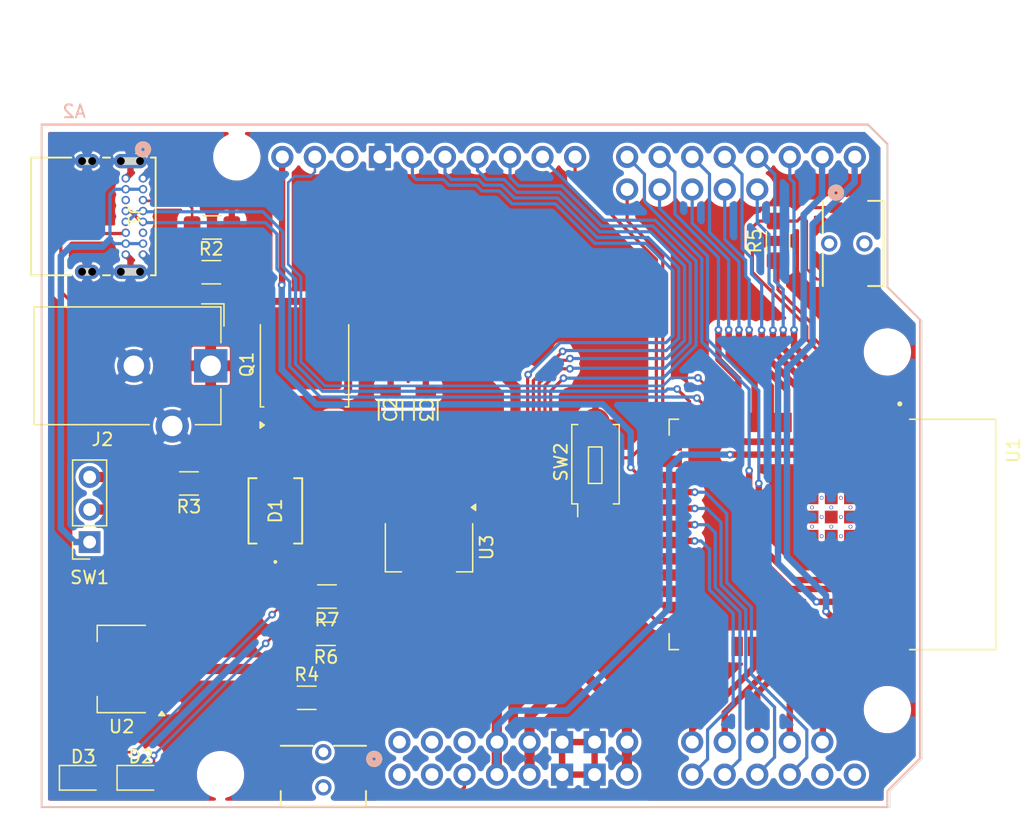
<source format=kicad_pcb>
(kicad_pcb (version 20240108) (generator "pcbnew") (generator_version "8.0")
  (layers (0 "F.Cu" signal) (31 "B.Cu" signal) (34 "B.Paste" user) (35 "F.Paste" user) (36 "B.SilkS" user "B.Silkscreen") (37 "F.SilkS" user "F.Silkscreen") (38 "B.Mask" user) (39 "F.Mask" user) (44 "Edge.Cuts" user))
  (net 0 "")
  (net 1 "+5V")
  (net 2 "+3V3")
  (net 3 "/GPIO7")
  (net 4 "/GPIO4")
  (net 5 "/USB_D+")
  (net 7 "/GPIO38")
  (net 8 "/GPIO3")
  (net 9 "/GPIO40")
  (net 10 "/GPIO39")
  (net 11 "/GPIO16")
  (net 12 "/GPIO21")
  (net 13 "/GPIO45")
  (net 14 "/A0")
  (net 15 "/GPIO17")
  (net 16 "/GPIO6")
  (net 18 "/GPIO14")
  (net 19 "/GPIO48")
  (net 20 "/A3")
  (net 22 "/GPIO1")
  (net 23 "/GPIO0")
  (net 24 "/GPIO18")
  (net 25 "/GPIO15")
  (net 27 "/GPIO41")
  (net 28 "/GPIO5")
  (net 29 "/GPIO47")
  (net 30 "/A1")
  (net 31 "/GPIO2")
  (net 32 "/GPIO46")
  (net 33 "/~{RESET}")
  (net 34 "/A2")
  (net 35 "/USB_D-")
  (net 36 "GND")
  (net 37 "/VUSB")
  (net 39 "/CC1")
  (net 40 "/CC2")
  (net 42 "/G")
  (net 43 "VIN")
  (net 44 "VCC")
  (net 45 "/A4")
  (net 46 "/A5")
  (net 47 "/TX")
  (net 48 "/RX")
  (net 49 "/SDA")
  (net 50 "/SCL")
  (net 51 "VDC")
  (net 52 "/GPIO42")
  (net 54 "Net-(D2-A)")
  (net 55 "Net-(D3-A)")
  (footprint "Alexander Footprint Library:CAP_CL31_SAM" (layer "F.Cu") (at 137.25 121.75 90)
    (property "Reference" "C2")
    (property "Value" "10uF")
  )
  (footprint "Package TO SOT SMD:TO-252-2" (layer "F.Cu") (at 130.53 118.21 90)
    (property "Reference" "Q1")
    (property "Value" "DMP6180SK3")
  )
  (footprint "Resistor_SMD:R_1206_3216Metric_Pad1.30x1.75mm_HandSolder" (layer "F.Cu") (at 132.2 139.25 180)
    (property "Reference" "R6")
    (property "Value" "10k")
  )
  (footprint "Alexander Footprint Library:SW_PUSH_6x3.5mm" (layer "F.Cu") (at 153.25 129.25 90)
    (property "Reference" "SW2")
    (property "Value" "SW")
  )
  (footprint "Resistor_SMD:R_1206_3216Metric_Pad1.30x1.75mm_HandSolder" (layer "F.Cu") (at 167.5 108.55 90)
    (property "Reference" "R5")
    (property "Value" "10k")
  )
  (footprint "Alexander Footprint Library:Arduino Uno X" (layer "F.Cu") (at 110 152.79)
    (property "Reference" "A2")
    (property "Value" "Arduino_Uno_X_Shield")
    (fp_line (start 0 -53.25) (end 64.5 -53.25) (stroke (width 0.05)) (layer "Edge.Cuts"))
    (fp_line (start 0 0) (end 0 -53.25) (stroke (width 0.05)) (layer "Edge.Cuts"))
    (fp_line (start 64.5 -53.25) (end 66 -51.75) (stroke (width 0.05)) (layer "Edge.Cuts"))
    (fp_line (start 66 -51.75) (end 66 -40.75) (stroke (width 0.05)) (layer "Edge.Cuts"))
    (fp_line (start 66 -40.75) (end 68.75 -38) (stroke (width 0.05)) (layer "Edge.Cuts"))
    (fp_line (start 66.25 -1.25) (end 66.25 0) (stroke (width 0.05)) (layer "Edge.Cuts"))
    (fp_line (start 66.25 0) (end 0 0) (stroke (width 0.05)) (layer "Edge.Cuts"))
    (fp_line (start 68.75 -38) (end 68.75 -3.75) (stroke (width 0.05)) (layer "Edge.Cuts"))
    (fp_line (start 68.75 -3.75) (end 66.25 -1.25) (stroke (width 0.05)) (layer "Edge.Cuts"))
  )
  (footprint "Alexander Footprint Library:Button-Tacktile-TL1014BF160" (layer "F.Cu") (at 173.372899 108.75 90)
    (property "Reference" "BTN2" (hide yes))
    (property "Value" "RST")
  )
  (footprint "Resistor_SMD:R_1206_3216Metric_Pad1.30x1.75mm_HandSolder" (layer "F.Cu") (at 132.28 136.335 180)
    (property "Reference" "R7")
    (property "Value" "10k")
  )
  (footprint "Alexander Footprint Library:Button-Tacktile-TL1014BF160" (layer "F.Cu") (at 132 150.372899)
    (property "Reference" "SW4" (hide yes))
    (property "Value" "EN")
  )
  (footprint "Package TO SOT SMD:SOT-223" (layer "F.Cu") (at 140.25 132.5 -90)
    (property "Reference" "U3")
    (property "Value" "AMS1117-5V")
  )
  (footprint "Resistor_SMD:R_1206_3216Metric_Pad1.30x1.75mm_HandSolder" (layer "F.Cu") (at 123.3 107.5)
    (property "Reference" "R1" (hide yes))
    (property "Value" "5K1")
  )
  (footprint "PinSocker 2.54mm:PinSocket_1x03_P2.54mm_Vertical" (layer "F.Cu") (at 113.75 132.08 180)
    (property "Reference" "SW1")
    (property "Value" "SW_SPDT")
  )
  (footprint "LED SMD:LED_0805_2012Metric_Pad1.15x1.40mm_HandSolder" (layer "F.Cu") (at 117.75 150.5)
    (property "Reference" "D2")
    (property "Value" "LED")
  )
  (footprint "LED SMD:LED_0805_2012Metric_Pad1.15x1.40mm_HandSolder" (layer "F.Cu") (at 113.25 150.5)
    (property "Reference" "D3")
    (property "Value" "LED")
  )
  (footprint "Package TO SOT SMD:SOT-223" (layer "F.Cu") (at 116.25 142 180)
    (property "Reference" "U2")
    (property "Value" "LM1117MP-3.3")
  )
  (footprint "Alexander Footprint Library:ESP32-S3-WROOM-2-N32R8V" (layer "F.Cu") (at 171.75 131.485 -90)
    (property "Reference" "U1")
    (property "Value" "ESP32-S3-WROOM-1")
  )
  (footprint "Resistor_SMD:R_1206_3216Metric_Pad1.30x1.75mm_HandSolder" (layer "F.Cu") (at 130.7 144.25)
    (property "Reference" "R4")
    (property "Value" "10k")
  )
  (footprint "Connector_BarrelJacks:BarrelJack_CUI_PJ-102AH_Horizontal" (layer "F.Cu") (at 123.2 118.31 -90)
    (property "Reference" "J2")
    (property "Value" "Barrel_Jack_Switch")
  )
  (footprint "Alexander Footprint Library:CAP_CL31_SAM" (layer "F.Cu") (at 140 121.75 -90)
    (property "Reference" "C3")
    (property "Value" "1uF")
  )
  (footprint "Resistor_SMD:R_1206_3216Metric_Pad1.30x1.75mm_HandSolder" (layer "F.Cu") (at 123.25 111)
    (property "Reference" "R2")
    (property "Value" "5K1")
  )
  (footprint "Resistor_SMD:R_1206_3216Metric_Pad1.30x1.75mm_HandSolder" (layer "F.Cu") (at 121.5 127.5 180)
    (property "Reference" "R3")
    (property "Value" "10k")
  )
  (footprint "Alexander Footprint Library:USB-C_GCT CONN16_USB4085-GF-A" (layer "F.Cu") (at 117.917566 103.664444 -90)
    (property "Reference" "J1")
    (property "Value" "USB-C_Receptacle_Data_16P_GCT-USB4085")
    (fp_line (start -1.349985 4.7587) (end -1.349985 3.9713) (stroke (width 0.6096)) (layer "Edge.Cuts"))
    (fp_line (start 7.299985 4.7587) (end 7.299985 3.9713) (stroke (width 0.6096)) (layer "Edge.Cuts"))
    (fp_line (start -1.35 1.729301) (end -1.35 0.230701) (stroke (width 0.6096)) (layer "Edge.Cuts"))
    (fp_line (start 7.299985 1.7293) (end 7.299985 0.2307) (stroke (width 0.6096)) (layer "Edge.Cuts"))
  )
  (footprint "Alexander Footprint Library:ZDO_SMB_DO-214AA_CIP" (layer "F.Cu") (at 128.25 129.6444 90)
    (property "Reference" "D1")
    (property "Value" "MMSZ52XXB")
  )
  (segment (start 146 137.5) (end 150.5 142) (width 0.8) (layer "F.Cu") (net 1))
  (segment (start 150.5 142) (end 150.5 143.25) (width 0.8) (layer "F.Cu") (net 1))
  (segment (start 135.875 132.125) (end 133.83 134.17) (width 0.2) (layer "F.Cu") (net 1))
  (segment (start 141.25 133.25) (end 145 133.25) (width 0.8) (layer "F.Cu") (net 1))
  (segment (start 148.1 147.71) (end 148.1 150.25) (width 0.8) (layer "F.Cu") (net 1))
  (segment (start 145 133.25) (end 146 134.25) (width 0.8) (layer "F.Cu") (net 1))
  (segment (start 140.25 132.125) (end 140.25 129.35) (width 0.8) (layer "F.Cu") (net 1))
  (segment (start 148.1 145.65) (end 148.1 147.71) (width 0.8) (layer "F.Cu") (net 1))
  (segment (start 133.83 134.17) (end 133.83 136.335) (width 0.2) (layer "F.Cu") (net 1))
  (segment (start 140.25 132.125) (end 140.25 132.25) (width 0.8) (layer "F.Cu") (net 1))
  (segment (start 146 134.25) (end 146 137.5) (width 0.8) (layer "F.Cu") (net 1))
  (segment (start 140.25 132.125) (end 135.875 132.125) (width 0.2) (layer "F.Cu") (net 1))
  (segment (start 140.25 132.25) (end 141.25 133.25) (width 0.8) (layer "F.Cu") (net 1))
  (segment (start 150.5 143.25) (end 148.1 145.65) (width 0.8) (layer "F.Cu") (net 1))
  (segment (start 175 125.25) (end 175.83 124.42) (width 0.5) (layer "F.Cu") (net 2))
  (segment (start 175.83 124.42) (end 175.83 122.61) (width 0.5) (layer "F.Cu") (net 2))
  (segment (start 175.83 121.693604) (end 175.83 122.61) (width 0.25) (layer "F.Cu") (net 2))
  (segment (start 167.5 112.363604) (end 170.25 115.113604) (width 0.25) (layer "F.Cu") (net 2))
  (segment (start 133.75 139.25) (end 133.75 142) (width 0.2) (layer "F.Cu") (net 2))
  (segment (start 144.25 143.5) (end 135.25 143.5) (width 0.8) (layer "F.Cu") (net 2))
  (segment (start 167.5 110.1) (end 167.5 112.363604) (width 0.25) (layer "F.Cu") (net 2))
  (segment (start 170.25 115.113604) (end 170.25 116.113604) (width 0.25) (layer "F.Cu") (net 2))
  (segment (start 124 142) (end 119.4 142) (width 0.8) (layer "F.Cu") (net 2))
  (segment (start 129.15 144.25) (end 128 144.25) (width 0.25) (layer "F.Cu") (net 2))
  (segment (start 126 142.25) (end 126 142) (width 0.25) (layer "F.Cu") (net 2))
  (segment (start 123.9 142.1) (end 124 142) (width 0.2) (layer "F.Cu") (net 2))
  (segment (start 133.75 142) (end 126 142) (width 0.8) (layer "F.Cu") (net 2))
  (segment (start 128 144.25) (end 126 142.25) (width 0.25) (layer "F.Cu") (net 2))
  (segment (start 163.75 125.25) (end 175 125.25) (width 0.5) (layer "F.Cu") (net 2))
  (segment (start 145.542 150.368) (end 145.542 144.792) (width 0.8) (layer "F.Cu") (net 2))
  (segment (start 135.25 143.5) (end 133.75 142) (width 0.8) (layer "F.Cu") (net 2))
  (segment (start 170.25 116.113604) (end 175.83 121.693604) (width 0.25) (layer "F.Cu") (net 2))
  (segment (start 145.542 144.792) (end 144.25 143.5) (width 0.8) (layer "F.Cu") (net 2))
  (segment (start 126 142) (end 124 142) (width 0.8) (layer "F.Cu") (net 2))
  (via (at 163.75 125.25) (size 0.6) (drill 0.3) (layers "F.Cu" "B.Cu") (net 2))
  (segment (start 160 125.25) (end 159 126.25) (width 0.5) (layer "B.Cu") (net 2))
  (segment (start 145.56 147.71) (end 145.542 147.728) (width 0.5) (layer "B.Cu") (net 2))
  (segment (start 159 137.25) (end 151 145.25) (width 0.5) (layer "B.Cu") (net 2))
  (segment (start 146.75 145.25) (end 145.56 146.44) (width 0.5) (layer "B.Cu") (net 2))
  (segment (start 151 145.25) (end 146.75 145.25) (width 0.5) (layer "B.Cu") (net 2))
  (segment (start 145.542 147.728) (end 145.542 150.368) (width 0.5) (layer "B.Cu") (net 2))
  (segment (start 159 126.25) (end 159 137.25) (width 0.5) (layer "B.Cu") (net 2))
  (segment (start 163.75 125.25) (end 160 125.25) (width 0.5) (layer "B.Cu") (net 2))
  (segment (start 145.56 146.44) (end 145.56 147.71) (width 0.5) (layer "B.Cu") (net 2))
  (segment (start 169.48 120.48) (end 166.224101 117.224101) (width 0.5) (layer "F.Cu") (net 3))
  (segment (start 169.48 122.61) (end 169.48 120.48) (width 0.5) (layer "F.Cu") (net 3))
  (segment (start 166.224101 117.224101) (end 166.224101 115.525899) (width 0.5) (layer "F.Cu") (net 3))
  (via (at 166.224101 115.525899) (size 0.6) (drill 0.3) (layers "F.Cu" "B.Cu") (net 3))
  (segment (start 163.34 101.99) (end 164.6914 103.3414) (width 0.25) (layer "B.Cu") (net 3))
  (segment (start 165.43 111.134416) (end 166.224101 111.928517) (width 0.25) (layer "B.Cu") (net 3))
  (segment (start 164.6914 109.145816) (end 165.43 109.884416) (width 0.25) (layer "B.Cu") (net 3))
  (segment (start 166.224101 115.525899) (end 166.25 115.5) (width 0.25) (layer "B.Cu") (net 3))
  (segment (start 165.43 109.884416) (end 165.43 111.134416) (width 0.25) (layer "B.Cu") (net 3))
  (segment (start 164.6914 103.3414) (end 164.6914 109.145816) (width 0.25) (layer "B.Cu") (net 3))
  (segment (start 166.224101 111.928517) (end 166.224101 115.525899) (width 0.25) (layer "B.Cu") (net 3))
  (segment (start 168.75 116.78015) (end 173.29 121.32015) (width 0.5) (layer "F.Cu") (net 4))
  (segment (start 168.75 115.5) (end 168.75 116.78015) (width 0.5) (layer "F.Cu") (net 4))
  (segment (start 173.29 121.32015) (end 173.29 122.61) (width 0.5) (layer "F.Cu") (net 4))
  (via (at 168.75 115.5) (size 0.6) (drill 0.3) (layers "F.Cu" "B.Cu") (net 4))
  (segment (start 168.365041 102.144959) (end 168.402 102.108) (width 0.5) (layer "B.Cu") (net 4))
  (segment (start 168.42 101.99) (end 168.42 103.67) (width 0.25) (layer "B.Cu") (net 4))
  (segment (start 168.75 104) (end 168.75 115.5) (width 0.25) (layer "B.Cu") (net 4))
  (segment (start 168.42 103.67) (end 168.75 104) (width 0.25) (layer "B.Cu") (net 4))
  (segment (start 160.59 121.09) (end 160.59 122.61) (width 0.25) (layer "F.Cu") (net 5))
  (segment (start 159.625 120.125) (end 160.59 121.09) (width 0.25) (layer "F.Cu") (net 5))
  (via (at 159.625 120.125) (size 0.6) (drill 0.3) (layers "F.Cu" "B.Cu") (net 5))
  (segment (start 117.494159 106.274444) (end 116.644158 107.124445) (width 0.25) (layer "B.Cu") (net 5))
  (segment (start 116.644158 107.124445) (end 116.567566 107.124445) (width 0.25) (layer "B.Cu") (net 5))
  (segment (start 128.825 107.825) (end 127.274444 106.274444) (width 0.25) (layer "B.Cu") (net 5))
  (segment (start 158.7 120.3) (end 131.948959 120.3) (width 0.25) (layer "B.Cu") (net 5))
  (segment (start 128.825 110.55472) (end 128.825 107.825) (width 0.25) (layer "B.Cu") (net 5))
  (segment (start 158.875 120.125) (end 158.7 120.3) (width 0.25) (layer "B.Cu") (net 5))
  (segment (start 127.274444 106.274444) (end 117.494159 106.274444) (width 0.25) (layer "B.Cu") (net 5))
  (segment (start 129.825 111.55472) (end 128.825 110.55472) (width 0.25) (layer "B.Cu") (net 5))
  (segment (start 131.948959 120.3) (end 129.825 118.176041) (width 0.25) (layer "B.Cu") (net 5))
  (segment (start 129.825 118.176041) (end 129.825 111.55472) (width 0.25) (layer "B.Cu") (net 5))
  (segment (start 159.625 120.125) (end 158.875 120.125) (width 0.25) (layer "B.Cu") (net 5))
  (segment (start 165.67 140.11) (end 165.67 141.83) (width 0.5) (layer "F.Cu") (net 7))
  (segment (start 165.67 141.83) (end 160.8 146.7) (width 0.5) (layer "F.Cu") (net 7))
  (segment (start 160.8 146.7) (end 160.8 147.71) (width 0.5) (layer "F.Cu") (net 7))
  (segment (start 155.72 106.97) (end 155.72 104.53) (width 0.25) (layer "F.Cu") (net 8))
  (segment (start 159.34 124.375) (end 159.34 122.6525) (width 0.25) (layer "F.Cu") (net 8))
  (segment (start 158.5 121.8125) (end 158.5 109.75) (width 0.25) (layer "F.Cu") (net 8))
  (segment (start 158.5 109.75) (end 155.72 106.97) (width 0.25) (layer "F.Cu") (net 8))
  (segment (start 159.34 122.6525) (end 158.5 121.8125) (width 0.25) (layer "F.Cu") (net 8))
  (segment (start 168.21 140.11) (end 168.21 141.54) (width 0.5) (layer "F.Cu") (net 9))
  (segment (start 165.88 143.87) (end 165.88 147.71) (width 0.5) (layer "F.Cu") (net 9))
  (segment (start 168.21 141.54) (end 165.88 143.87) (width 0.5) (layer "F.Cu") (net 9))
  (segment (start 166.94 140.11) (end 166.94 141.82005) (width 0.5) (layer "F.Cu") (net 10))
  (segment (start 163.34 145.42005) (end 163.34 147.71) (width 0.5) (layer "F.Cu") (net 10))
  (segment (start 166.94 141.82005) (end 163.34 145.42005) (width 0.5) (layer "F.Cu") (net 10))
  (segment (start 164.449997 117.429897) (end 166.94 119.9199) (width 0.5) (layer "F.Cu") (net 11))
  (segment (start 166.94 119.9199) (end 166.94 122.61) (width 0.5) (layer "F.Cu") (net 11))
  (segment (start 164.449997 115.5) (end 164.449997 117.429897) (width 0.5) (layer "F.Cu") (net 11))
  (via (at 164.449997 115.5) (size 0.6) (drill 0.3) (layers "F.Cu" "B.Cu") (net 11))
  (segment (start 162.1514 107.878608) (end 164.449997 110.177205) (width 0.25) (layer "B.Cu") (net 11))
  (segment (start 162.1514 103.3414) (end 162.1514 107.878608) (width 0.25) (layer "B.Cu") (net 11))
  (segment (start 164.449997 110.177205) (end 164.449997 115.5) (width 0.25) (layer "B.Cu") (net 11))
  (segment (start 160.8 101.99) (end 162.1514 103.3414) (width 0.25) (layer "B.Cu") (net 11))
  (segment (start 164.449997 115.5) (end 164.5 115.449997) (width 0.5) (layer "B.Cu") (net 11))
  (segment (start 149.3 119.841116) (end 149.3 131.8) (width 0.25) (layer "F.Cu") (net 12))
  (segment (start 150.600068 118.541048) (end 149.3 119.841116) (width 0.25) (layer "F.Cu") (net 12))
  (segment (start 156.307792 134.535) (end 159.34 134.535) (width 0.25) (layer "F.Cu") (net 12))
  (segment (start 155.612792 133.84) (end 156.307792 134.535) (width 0.25) (layer "F.Cu") (net 12))
  (segment (start 151.249839 118.541048) (end 150.600068 118.541048) (width 0.25) (layer "F.Cu") (net 12))
  (segment (start 149.3 131.8) (end 151.34 133.84) (width 0.25) (layer "F.Cu") (net 12))
  (segment (start 151.34 133.84) (end 155.612792 133.84) (width 0.25) (layer "F.Cu") (net 12))
  (via (at 151.249839 118.541048) (size 0.6) (drill 0.3) (layers "F.Cu" "B.Cu") (net 12))
  (segment (start 158.664035 118.5) (end 160.65 116.514035) (width 0.25) (layer "B.Cu") (net 12))
  (segment (start 147.25 104.25) (end 146.576 103.576) (width 0.25) (layer "B.Cu") (net 12))
  (segment (start 160.65 116.514035) (end 160.65 110.309188) (width 0.25) (layer "B.Cu") (net 12))
  (segment (start 151.249839 118.541048) (end 151.290887 118.5) (width 0.25) (layer "B.Cu") (net 12))
  (segment (start 153.75 107.386396) (end 150.613604 104.25) (width 0.25) (layer "B.Cu") (net 12))
  (segment (start 151.290887 118.5) (end 158.664035 118.5) (width 0.25) (layer "B.Cu") (net 12))
  (segment (start 157.727208 107.386396) (end 153.75 107.386396) (width 0.25) (layer "B.Cu") (net 12))
  (segment (start 150.613604 104.25) (end 147.25 104.25) (width 0.25) (layer "B.Cu") (net 12))
  (segment (start 146.576 103.576) (end 146.576 101.99) (width 0.25) (layer "B.Cu") (net 12))
  (segment (start 160.65 110.309188) (end 157.727208 107.386396) (width 0.25) (layer "B.Cu") (net 12))
  (segment (start 147.95 119.03444) (end 147.95 132.359188) (width 0.25) (layer "F.Cu") (net 13))
  (segment (start 147.99222 118.99222) (end 147.95 119.03444) (width 0.25) (layer "F.Cu") (net 13))
  (segment (start 147.95 132.359188) (end 150.780812 135.19) (width 0.25) (layer "F.Cu") (net 13))
  (segment (start 154.94 135.19) (end 158.095 138.345) (width 0.25) (layer "F.Cu") (net 13))
  (segment (start 158.095 138.345) (end 159.34 138.345) (width 0.25) (layer "F.Cu") (net 13))
  (segment (start 150.780812 135.19) (end 154.94 135.19) (width 0.25) (layer "F.Cu") (net 13))
  (via (at 147.99222 118.99222) (size 0.6) (drill 0.3) (layers "F.Cu" "B.Cu") (net 13))
  (segment (start 150.104416 105.65) (end 146.740812 105.65) (width 0.25) (layer "B.Cu") (net 13))
  (segment (start 143.927208 104.2) (end 141.813604 104.2) (width 0.25) (layer "B.Cu") (net 13))
  (segment (start 157.16802 108.736396) (end 153.190812 108.736396) (width 0.25) (layer "B.Cu") (net 13))
  (segment (start 145.740812 104.65) (end 144.377208 104.65) (width 0.25) (layer "B.Cu") (net 13))
  (segment (start 141.363604 103.75) (end 139.25 103.75) (width 0.25) (layer "B.Cu") (net 13))
  (segment (start 150.478839 116.5) (end 158.754847 116.5) (width 0.25) (layer "B.Cu") (net 13))
  (segment (start 147.99222 118.99222) (end 150.056332 116.928108) (width 0.25) (layer "B.Cu") (net 13))
  (segment (start 158.754847 116.5) (end 159.3 115.954847) (width 0.25) (layer "B.Cu") (net 13))
  (segment (start 159.3 110.868376) (end 157.16802 108.736396) (width 0.25) (layer "B.Cu") (net 13))
  (segment (start 144.377208 104.65) (end 143.927208 104.2) (width 0.25) (layer "B.Cu") (net 13))
  (segment (start 159.3 115.954847) (end 159.3 110.868376) (width 0.25) (layer "B.Cu") (net 13))
  (segment (start 141.813604 104.2) (end 141.363604 103.75) (width 0.25) (layer "B.Cu") (net 13))
  (segment (start 150.056332 116.922507) (end 150.478839 116.5) (width 0.25) (layer "B.Cu") (net 13))
  (segment (start 153.190812 108.736396) (end 150.104416 105.65) (width 0.25) (layer "B.Cu") (net 13))
  (segment (start 150.056332 116.928108) (end 150.056332 116.922507) (width 0.25) (layer "B.Cu") (net 13))
  (segment (start 139.25 103.75) (end 138.956 103.456) (width 0.25) (layer "B.Cu") (net 13))
  (segment (start 146.740812 105.65) (end 145.740812 104.65) (width 0.25) (layer "B.Cu") (net 13))
  (segment (start 138.956 103.456) (end 138.956 101.99) (width 0.25) (layer "B.Cu") (net 13))
  (segment (start 160.995 131.995) (end 159.34 131.995) (width 0.5) (layer "F.Cu") (net 14))
  (via (at 160.995 131.995) (size 0.6) (drill 0.3) (layers "F.Cu" "B.Cu") (net 14))
  (segment (start 162.15 135.809188) (end 162.15 132.65) (width 0.25) (layer "B.Cu") (net 14))
  (segment (start 162 146.75) (end 164 144.75) (width 0.25) (layer "B.Cu") (net 14))
  (segment (start 164 137.659188) (end 162.15 135.809188) (width 0.25) (layer "B.Cu") (net 14))
  (segment (start 164 144.75) (end 164 137.659188) (width 0.25) (layer "B.Cu") (net 14))
  (segment (start 162 149.05) (end 162 146.75) (width 0.25) (layer "B.Cu") (net 14))
  (segment (start 162.15 132.65) (end 161.495 131.995) (width 0.25) (layer "B.Cu") (net 14))
  (segment (start 161.495 131.995) (end 160.995 131.995) (width 0.25) (layer "B.Cu") (net 14))
  (segment (start 160.8 150.25) (end 162 149.05) (width 0.25) (layer "B.Cu") (net 14))
  (segment (start 165.67 119.63985) (end 165.67 122.61) (width 0.5) (layer "F.Cu") (net 15))
  (segment (start 163.649994 117.619844) (end 165.67 119.63985) (width 0.5) (layer "F.Cu") (net 15))
  (segment (start 163.649994 115.5) (end 163.649994 117.619844) (width 0.5) (layer "F.Cu") (net 15))
  (segment (start 163.552205 115.597789) (end 163.649994 115.5) (width 0.25) (layer "F.Cu") (net 15))
  (via (at 163.649994 115.5) (size 0.6) (drill 0.3) (layers "F.Cu" "B.Cu") (net 15))
  (segment (start 163.649994 110.013598) (end 163.649994 115.5) (width 0.25) (layer "B.Cu") (net 15))
  (segment (start 160.8 107.163604) (end 163.649994 110.013598) (width 0.25) (layer "B.Cu") (net 15))
  (segment (start 160.8 104.53) (end 160.8 107.163604) (width 0.25) (layer "B.Cu") (net 15))
  (segment (start 170.75 120.76005) (end 167.106801 117.116851) (width 0.5) (layer "F.Cu") (net 16))
  (segment (start 167.106801 117.116851) (end 167.106801 115.52604) (width 0.5) (layer "F.Cu") (net 16))
  (segment (start 170.75 122.61) (end 170.75 120.76005) (width 0.5) (layer "F.Cu") (net 16))
  (via (at 167.106801 115.52604) (size 0.6) (drill 0.3) (layers "F.Cu" "B.Cu") (net 16))
  (segment (start 167.106801 112.174821) (end 167.106801 115.52604) (width 0.25) (layer "B.Cu") (net 16))
  (segment (start 165.88 104.53) (end 165.88 107.13) (width 0.25) (layer "B.Cu") (net 16))
  (segment (start 166.8 111.86802) (end 167.106801 112.174821) (width 0.25) (layer "B.Cu") (net 16))
  (segment (start 167.106801 115.52604) (end 167 115.419239) (width 0.25) (layer "B.Cu") (net 16))
  (segment (start 166.8 108.05) (end 166.8 111.86802) (width 0.25) (layer "B.Cu") (net 16))
  (segment (start 165.88 107.13) (end 166.8 108.05) (width 0.25) (layer "B.Cu") (net 16))
  (segment (start 159.25 133.39) (end 151.526396 133.39) (width 0.25) (layer "F.Cu") (net 18))
  (segment (start 149.75 131.613604) (end 149.75 120.275) (width 0.25) (layer "F.Cu") (net 18))
  (segment (start 151.443198 133.306802) (end 149.75 131.613604) (width 0.25) (layer "F.Cu") (net 18))
  (segment (start 151.526396 133.39) (end 151.443198 133.306802) (width 0.25) (layer "F.Cu") (net 18))
  (segment (start 149.75 120.275) (end 150.75 119.275) (width 0.25) (layer "F.Cu") (net 18))
  (via (at 150.75 119.275) (size 0.6) (drill 0.3) (layers "F.Cu" "B.Cu") (net 18))
  (segment (start 153.936396 106.936396) (end 149.116 102.116) (width 0.25) (layer "B.Cu") (net 18))
  (segment (start 158.525431 119.275) (end 161.1 116.700431) (width 0.25) (layer "B.Cu") (net 18))
  (segment (start 150.75 119.275) (end 158.525431 119.275) (width 0.25) (layer "B.Cu") (net 18))
  (segment (start 161.1 116.700431) (end 161.1 110.122792) (width 0.25) (layer "B.Cu") (net 18))
  (segment (start 161.1 110.122792) (end 157.913604 106.936396) (width 0.25) (layer "B.Cu") (net 18))
  (segment (start 157.913604 106.936396) (end 153.936396 106.936396) (width 0.25) (layer "B.Cu") (net 18))
  (segment (start 149.116 102.116) (end 149.116 101.99) (width 0.25) (layer "B.Cu") (net 18))
  (segment (start 150.681332 117.186992) (end 148.4 119.468324) (width 0.25) (layer "F.Cu") (net 19))
  (segment (start 157.575 137.075) (end 159.34 137.075) (width 0.25) (layer "F.Cu") (net 19))
  (segment (start 148.4 132.172792) (end 150.967208 134.74) (width 0.25) (layer "F.Cu") (net 19))
  (segment (start 150.681332 117.181391) (end 150.681332 117.186992) (width 0.25) (layer "F.Cu") (net 19))
  (segment (start 155.24 134.74) (end 157.575 137.075) (width 0.25) (layer "F.Cu") (net 19))
  (segment (start 148.4 119.468324) (end 148.4 132.172792) (width 0.25) (layer "F.Cu") (net 19))
  (segment (start 150.967208 134.74) (end 155.24 134.74) (width 0.25) (layer "F.Cu") (net 19))
  (via (at 150.681332 117.181391) (size 0.6) (drill 0.3) (layers "F.Cu" "B.Cu") (net 19))
  (segment (start 159.75 116.141243) (end 159.75 110.68198) (width 0.25) (layer "B.Cu") (net 19))
  (segment (start 150.290812 105.2) (end 146.927208 105.2) (width 0.25) (layer "B.Cu") (net 19))
  (segment (start 142 103.75) (end 141.496 103.246) (width 0.25) (layer "B.Cu") (net 19))
  (segment (start 144.113604 103.75) (end 142 103.75) (width 0.25) (layer "B.Cu") (net 19))
  (segment (start 150.681332 117.181391) (end 150.746672 117.116051) (width 0.25) (layer "B.Cu") (net 19))
  (segment (start 158.775192 117.116051) (end 159.75 116.141243) (width 0.25) (layer "B.Cu") (net 19))
  (segment (start 150.746672 117.116051) (end 158.775192 117.116051) (width 0.25) (layer "B.Cu") (net 19))
  (segment (start 145.927208 104.2) (end 144.563604 104.2) (width 0.25) (layer "B.Cu") (net 19))
  (segment (start 146.927208 105.2) (end 145.927208 104.2) (width 0.25) (layer "B.Cu") (net 19))
  (segment (start 144.563604 104.2) (end 144.113604 103.75) (width 0.25) (layer "B.Cu") (net 19))
  (segment (start 157.354416 108.286396) (end 153.377208 108.286396) (width 0.25) (layer "B.Cu") (net 19))
  (segment (start 153.377208 108.286396) (end 150.290812 105.2) (width 0.25) (layer "B.Cu") (net 19))
  (segment (start 141.496 103.246) (end 141.496 101.99) (width 0.25) (layer "B.Cu") (net 19))
  (segment (start 159.75 110.68198) (end 157.354416 108.286396) (width 0.25) (layer "B.Cu") (net 19))
  (segment (start 161 128.185) (end 159.34 128.185) (width 0.5) (layer "F.Cu") (net 20))
  (via (at 161 128.185) (size 0.6) (drill 0.3) (layers "F.Cu" "B.Cu") (net 20))
  (segment (start 168.42 150.25) (end 169.75 148.92) (width 0.25) (layer "B.Cu") (net 20))
  (segment (start 161.821396 128.185) (end 161 128.185) (width 0.25) (layer "B.Cu") (net 20))
  (segment (start 169.75 148.92) (end 169.75 146.75) (width 0.25) (layer "B.Cu") (net 20))
  (segment (start 163.5 129.863604) (end 161.821396 128.185) (width 0.25) (layer "B.Cu") (net 20))
  (segment (start 169.75 146.75) (end 165.4286 142.4286) (width 0.25) (layer "B.Cu") (net 20))
  (segment (start 165.4286 142.4286) (end 165.4286 137.1786) (width 0.25) (layer "B.Cu") (net 20))
  (segment (start 163.5 135.25) (end 163.5 129.863604) (width 0.25) (layer "B.Cu") (net 20))
  (segment (start 165.4286 137.1786) (end 163.5 135.25) (width 0.25) (layer "B.Cu") (net 20))
  (segment (start 166 132.26005) (end 168.78995 135.05) (width 0.5) (layer "F.Cu") (net 22))
  (segment (start 172.53995 135.05) (end 175.83 138.34005) (width 0.5) (layer "F.Cu") (net 22))
  (segment (start 175.83 138.34005) (end 175.83 140.11) (width 0.5) (layer "F.Cu") (net 22))
  (segment (start 166 127.5) (end 166 132.26005) (width 0.5) (layer "F.Cu") (net 22))
  (segment (start 168.78995 135.05) (end 172.53995 135.05) (width 0.5) (layer "F.Cu") (net 22))
  (via (at 166 127.5) (size 0.6) (drill 0.3) (layers "F.Cu" "B.Cu") (net 22))
  (segment (start 162 109.75) (end 158.25 106) (width 0.25) (layer "B.Cu") (net 22))
  (segment (start 162 116.25) (end 162 109.75) (width 0.25) (layer "B.Cu") (net 22))
  (segment (start 158.25 106) (end 158.25 104.54) (width 0.25) (layer "B.Cu") (net 22))
  (segment (start 166 120.25) (end 162 116.25) (width 0.25) (layer "B.Cu") (net 22))
  (segment (start 166 127.5) (end 166 120.25) (width 0.25) (layer "B.Cu") (net 22))
  (segment (start 158.25 104.54) (end 158.26 104.53) (width 0.25) (layer "B.Cu") (net 22))
  (segment (start 136.25 151.25) (end 136.75 151.75) (width 0.25) (layer "F.Cu") (net 23))
  (segment (start 132.25 144.25) (end 133.5 144.25) (width 0.25) (layer "F.Cu") (net 23))
  (segment (start 130 146.25) (end 133.75 146.25) (width 0.25) (layer "F.Cu") (net 23))
  (segment (start 143.02 151.23) (end 142.5 151.75) (width 0.25) (layer "F.Cu") (net 23))
  (segment (start 160.59 141.41) (end 160.59 140.11) (width 0.25) (layer "F.Cu") (net 23))
  (segment (start 133.5 144.25) (end 134.799999 145.549999) (width 0.25) (layer "F.Cu") (net 23))
  (segment (start 129.200001 149.024998) (end 129.200001 147.049999) (width 0.25) (layer "F.Cu") (net 23))
  (segment (start 134.799999 149.024998) (end 135.774998 149.024998) (width 0.25) (layer "F.Cu") (net 23))
  (segment (start 134.799999 149.024998) (end 134.799999 147.299999) (width 0.25) (layer "F.Cu") (net 23))
  (segment (start 157.25 151.25) (end 157.25 144.75) (width 0.25) (layer "F.Cu") (net 23))
  (segment (start 134.799999 145.549999) (end 134.799999 147.299999) (width 0.25) (layer "F.Cu") (net 23))
  (segment (start 143.02 150.25) (end 143.02 151.23) (width 0.25) (layer "F.Cu") (net 23))
  (segment (start 129.200001 147.049999) (end 130 146.25) (width 0.25) (layer "F.Cu") (net 23))
  (segment (start 133.75 146.25) (end 134.799999 147.299999) (width 0.25) (layer "F.Cu") (net 23))
  (segment (start 135.774998 149.024998) (end 136.25 149.5) (width 0.25) (layer "F.Cu") (net 23))
  (segment (start 157.25 144.75) (end 160.59 141.41) (width 0.25) (layer "F.Cu") (net 23))
  (segment (start 136.75 151.75) (end 142.5 151.75) (width 0.25) (layer "F.Cu") (net 23))
  (segment (start 156.75 151.75) (end 157.25 151.25) (width 0.25) (layer "F.Cu") (net 23))
  (segment (start 142.5 151.75) (end 156.75 151.75) (width 0.25) (layer "F.Cu") (net 23))
  (segment (start 136.25 149.5) (end 136.25 151.25) (width 0.25) (layer "F.Cu") (net 23))
  (segment (start 164.4 119.3598) (end 164.4 122.61) (width 0.5) (layer "F.Cu") (net 24))
  (segment (start 162.849991 117.809791) (end 164.4 119.3598) (width 0.5) (layer "F.Cu") (net 24))
  (segment (start 162.849991 115.5) (end 162.849991 117.809791) (width 0.5) (layer "F.Cu") (net 24))
  (via (at 162.849991 115.5) (size 0.6) (drill 0.3) (layers "F.Cu" "B.Cu") (net 24))
  (segment (start 159.4486 103.1786) (end 159.4486 106.4486) (width 0.25) (layer "B.Cu") (net 24))
  (segment (start 159.4486 106.4486) (end 162.849991 109.849991) (width 0.25) (layer "B.Cu") (net 24))
  (segment (start 158.26 101.99) (end 159.4486 103.1786) (width 0.25) (layer "B.Cu") (net 24))
  (segment (start 162.849991 109.849991) (end 162.849991 115.5) (width 0.25) (layer "B.Cu") (net 24))
  (segment (start 168.21 122.61) (end 168.21 120.19995) (width 0.5) (layer "F.Cu") (net 25))
  (segment (start 168.21 120.19995) (end 165.25 117.23995) (width 0.5) (layer "F.Cu") (net 25))
  (segment (start 165.25 117.23995) (end 165.25 115.5) (width 0.5) (layer "F.Cu") (net 25))
  (via (at 165.25 115.5) (size 0.6) (drill 0.3) (layers "F.Cu" "B.Cu") (net 25))
  (segment (start 164.98 111.320812) (end 165.25 111.590812) (width 0.25) (layer "B.Cu") (net 25))
  (segment (start 163.34 104.53) (end 163.34 108.430812) (width 0.25) (layer "B.Cu") (net 25))
  (segment (start 163.34 108.430812) (end 164.98 110.070812) (width 0.25) (layer "B.Cu") (net 25))
  (segment (start 165.25 111.590812) (end 165.25 115.5) (width 0.25) (layer "B.Cu") (net 25))
  (segment (start 164.98 110.070812) (end 164.98 111.320812) (width 0.25) (layer "B.Cu") (net 25))
  (segment (start 169.48 140.11) (end 169.48 142.27) (width 0.5) (layer "F.Cu") (net 27))
  (segment (start 168.42 143.33) (end 168.42 147.71) (width 0.5) (layer "F.Cu") (net 27))
  (segment (start 169.48 142.27) (end 168.42 143.33) (width 0.5) (layer "F.Cu") (net 27))
  (segment (start 167.906771 116.926871) (end 172.02 121.0401) (width 0.5) (layer "F.Cu") (net 28))
  (segment (start 167.906771 115.5) (end 167.906771 116.926871) (width 0.5) (layer "F.Cu") (net 28))
  (segment (start 172.02 121.0401) (end 172.02 122.61) (width 0.5) (layer "F.Cu") (net 28))
  (via (at 167.906771 115.5) (size 0.6) (drill 0.3) (layers "F.Cu" "B.Cu") (net 28))
  (segment (start 167.25 111.681624) (end 167.906771 112.338395) (width 0.25) (layer "B.Cu") (net 28))
  (segment (start 165.862 102.35195) (end 165.862 102.108) (width 0.5) (layer "B.Cu") (net 28))
  (segment (start 167.906771 112.338395) (end 167.906771 115.5) (width 0.25) (layer "B.Cu") (net 28))
  (segment (start 167.25 103.36) (end 167.25 111.681624) (width 0.25) (layer "B.Cu") (net 28))
  (segment (start 165.88 101.99) (end 167.25 103.36) (width 0.25) (layer "B.Cu") (net 28))
  (segment (start 151.252983 117.741051) (end 151.119034 117.875) (width 0.25) (layer "F.Cu") (net 29))
  (segment (start 144 102.026) (end 144.036 101.99) (width 0.25) (layer "F.Cu") (net 29))
  (segment (start 150.62972 117.875) (end 148.85 119.65472) (width 0.25) (layer "F.Cu") (net 29))
  (segment (start 156.941396 135.805) (end 159.34 135.805) (width 0.25) (layer "F.Cu") (net 29))
  (segment (start 148.85 131.986396) (end 151.153604 134.29) (width 0.25) (layer "F.Cu") (net 29))
  (segment (start 148.85 119.65472) (end 148.85 131.986396) (width 0.25) (layer "F.Cu") (net 29))
  (segment (start 151.119034 117.875) (end 150.62972 117.875) (width 0.25) (layer "F.Cu") (net 29))
  (segment (start 151.153604 134.29) (end 155.426396 134.29) (width 0.25) (layer "F.Cu") (net 29))
  (segment (start 155.426396 134.29) (end 156.941396 135.805) (width 0.25) (layer "F.Cu") (net 29))
  (via (at 151.252983 117.741051) (size 0.6) (drill 0.3) (layers "F.Cu" "B.Cu") (net 29))
  (segment (start 144.75 103.75) (end 144.036 103.036) (width 0.25) (layer "B.Cu") (net 29))
  (segment (start 146.113604 103.75) (end 144.75 103.75) (width 0.25) (layer "B.Cu") (net 29))
  (segment (start 150.477208 104.75) (end 147.113604 104.75) (width 0.25) (layer "B.Cu") (net 29))
  (segment (start 151.252983 117.741051) (end 158.786588 117.741051) (width 0.25) (layer "B.Cu") (net 29))
  (segment (start 160.2 116.327639) (end 160.2 110.495584) (width 0.25) (layer "B.Cu") (net 29))
  (segment (start 158.786588 117.741051) (end 160.2 116.327639) (width 0.25) (layer "B.Cu") (net 29))
  (segment (start 144.036 103.036) (end 144.036 101.99) (width 0.25) (layer "B.Cu") (net 29))
  (segment (start 147.113604 104.75) (end 146.113604 103.75) (width 0.25) (layer "B.Cu") (net 29))
  (segment (start 157.540812 107.836396) (end 153.563604 107.836396) (width 0.25) (layer "B.Cu") (net 29))
  (segment (start 153.563604 107.836396) (end 150.477208 104.75) (width 0.25) (layer "B.Cu") (net 29))
  (segment (start 160.2 110.495584) (end 157.540812 107.836396) (width 0.25) (layer "B.Cu") (net 29))
  (segment (start 161 130.725) (end 159.34 130.725) (width 0.5) (layer "F.Cu") (net 30))
  (via (at 161 130.725) (size 0.6) (drill 0.3) (layers "F.Cu" "B.Cu") (net 30))
  (segment (start 162.6 131.35) (end 161.975 130.725) (width 0.25) (layer "B.Cu") (net 30))
  (segment (start 163.34 150.25) (end 164.5286 149.0614) (width 0.25) (layer "B.Cu") (net 30))
  (segment (start 164.5286 137.551392) (end 162.6 135.622792) (width 0.25) (layer "B.Cu") (net 30))
  (segment (start 164.5286 149.0614) (end 164.5286 137.551392) (width 0.25) (layer "B.Cu") (net 30))
  (segment (start 161.975 130.725) (end 161 130.725) (width 0.25) (layer "B.Cu") (net 30))
  (segment (start 162.6 135.622792) (end 162.6 131.35) (width 0.25) (layer "B.Cu") (net 30))
  (segment (start 174.56 138.06) (end 174.56 140.11) (width 0.5) (layer "F.Cu") (net 31))
  (segment (start 165.25 126.5) (end 165.25 132.5) (width 0.5) (layer "F.Cu") (net 31))
  (segment (start 165.25 132.5) (end 168.5 135.75) (width 0.5) (layer "F.Cu") (net 31))
  (segment (start 168.5 135.75) (end 172.25 135.75) (width 0.5) (layer "F.Cu") (net 31))
  (segment (start 172.25 135.75) (end 174.56 138.06) (width 0.5) (layer "F.Cu") (net 31))
  (via (at 165.25 126.5) (size 0.6) (drill 0.3) (layers "F.Cu" "B.Cu") (net 31))
  (segment (start 161.55 109.936396) (end 161.55 116.436396) (width 0.25) (layer "B.Cu") (net 31))
  (segment (start 165.25 120.136396) (end 165.25 126.5) (width 0.25) (layer "B.Cu") (net 31))
  (segment (start 155.72 101.99) (end 157.0714 103.3414) (width 0.25) (layer "B.Cu") (net 31))
  (segment (start 157.0714 105.457796) (end 161.55 109.936396) (width 0.25) (layer "B.Cu") (net 31))
  (segment (start 157.0714 103.3414) (end 157.0714 105.457796) (width 0.25) (layer "B.Cu") (net 31))
  (segment (start 161.55 116.436396) (end 165.25 120.136396) (width 0.25) (layer "B.Cu") (net 31))
  (segment (start 156.5 125) (end 156 125.5) (width 0.25) (layer "F.Cu") (net 32))
  (segment (start 151.656 101.99) (end 151.656 103.656) (width 0.25) (layer "F.Cu") (net 32))
  (segment (start 156 125.5) (end 154.5 125.5) (width 0.25) (layer "F.Cu") (net 32))
  (segment (start 157.895 125.645) (end 157.25 125) (width 0.25) (layer "F.Cu") (net 32))
  (segment (start 157.25 125) (end 156.5 125) (width 0.25) (layer "F.Cu") (net 32))
  (segment (start 154.5 125.5) (end 153.25 126.75) (width 0.25) (layer "F.Cu") (net 32))
  (segment (start 151.656 103.656) (end 158 110) (width 0.25) (layer "F.Cu") (net 32))
  (segment (start 158 123.5) (end 156.5 125) (width 0.25) (layer "F.Cu") (net 32))
  (segment (start 153.25 126.75) (end 153.25 129.25) (width 0.25) (layer "F.Cu") (net 32))
  (segment (start 159.34 125.645) (end 157.895 125.645) (width 0.25) (layer "F.Cu") (net 32))
  (segment (start 158 110) (end 158 123.5) (width 0.25) (layer "F.Cu") (net 32))
  (segment (start 172.024998 111.549999) (end 170.549999 111.549999) (width 0.2) (layer "F.Cu") (net 33))
  (segment (start 167.5 107) (end 168.5 107) (width 0.25) (layer "F.Cu") (net 33))
  (segment (start 165.5 111) (end 165.5 107.5) (width 0.25) (layer "F.Cu") (net 33))
  (segment (start 169.75 116.25) (end 169.75 115.25) (width 0.25) (layer "F.Cu") (net 33))
  (segment (start 169.75 107) (end 169.375 106.625) (width 0.2) (layer "F.Cu") (net 33))
  (segment (start 174.56 122.61) (end 174.56 121.06) (width 0.25) (layer "F.Cu") (net 33))
  (segment (start 169 107) (end 169.375 106.625) (width 0.25) (layer "F.Cu") (net 33))
  (segment (start 174.56 121.06) (end 169.75 116.25) (width 0.25) (layer "F.Cu") (net 33))
  (segment (start 166 107) (end 167.5 107) (width 0.25) (layer "F.Cu") (net 33))
  (segment (start 165.5 107.5) (end 166 107) (width 0.25) (layer "F.Cu") (net 33))
  (segment (start 170.549999 111.549999) (end 169.75 110.75) (width 0.2) (layer "F.Cu") (net 33))
  (segment (start 169.75 110.75) (end 169.75 107) (width 0.2) (layer "F.Cu") (net 33))
  (segment (start 168.5 107) (end 169 107) (width 0.25) (layer "F.Cu") (net 33))
  (segment (start 170.049999 105.950001) (end 172.024998 105.950001) (width 0.25) (layer "F.Cu") (net 33))
  (segment (start 169.375 106.625) (end 170.049999 105.950001) (width 0.25) (layer "F.Cu") (net 33))
  (segment (start 169.75 115.25) (end 165.5 111) (width 0.25) (layer "F.Cu") (net 33))
  (segment (start 161 129.455) (end 159.34 129.455) (width 0.5) (layer "F.Cu") (net 34))
  (via (at 161 129.455) (size 0.6) (drill 0.3) (layers "F.Cu" "B.Cu") (net 34))
  (segment (start 163.05 135.436396) (end 163.05 130.55) (width 0.25) (layer "B.Cu") (net 34))
  (segment (start 161.955 129.455) (end 161 129.455) (width 0.25) (layer "B.Cu") (net 34))
  (segment (start 164.9786 142.7286) (end 164.9786 137.364996) (width 0.25) (layer "B.Cu") (net 34))
  (segment (start 167.2314 148.8986) (end 167.2314 144.9814) (width 0.25) (layer "B.Cu") (net 34))
  (segment (start 165.88 150.25) (end 167.2314 148.8986) (width 0.25) (layer "B.Cu") (net 34))
  (segment (start 163.05 130.55) (end 161.955 129.455) (width 0.25) (layer "B.Cu") (net 34))
  (segment (start 167.2314 144.9814) (end 164.9786 142.7286) (width 0.25) (layer "B.Cu") (net 34))
  (segment (start 164.9786 137.364996) (end 163.05 135.436396) (width 0.25) (layer "B.Cu") (net 34))
  (segment (start 117.840974 107.124445) (end 117.917566 107.124445) (width 0.25) (layer "F.Cu") (net 35))
  (segment (start 116.567566 106.274444) (end 116.990973 106.274444) (width 0.25) (layer "F.Cu") (net 35))
  (segment (start 116.990973 106.274444) (end 117.840974 107.124445) (width 0.25) (layer "F.Cu") (net 35))
  (segment (start 161.86 121.52) (end 161.86 122.61) (width 0.25) (layer "F.Cu") (net 35))
  (segment (start 161.17 120.83) (end 161.86 121.52) (width 0.25) (layer "F.Cu") (net 35))
  (via (at 161.17 120.83) (size 0.6) (drill 0.3) (layers "F.Cu" "B.Cu") (net 35))
  (segment (start 127.488049 107.124445) (end 117.917566 107.124445) (width 0.25) (layer "B.Cu") (net 35))
  (segment (start 128.375 110.741116) (end 128.375 108.011396) (width 0.25) (layer "B.Cu") (net 35))
  (segment (start 131.762563 120.75) (end 129.375 118.362437) (width 0.25) (layer "B.Cu") (net 35))
  (segment (start 129.375 118.362437) (end 129.375 111.741116) (width 0.25) (layer "B.Cu") (net 35))
  (segment (start 161.09 120.75) (end 131.762563 120.75) (width 0.25) (layer "B.Cu") (net 35))
  (segment (start 129.375 111.741116) (end 128.375 110.741116) (width 0.25) (layer "B.Cu") (net 35))
  (segment (start 128.375 108.011396) (end 127.488049 107.124445) (width 0.25) (layer "B.Cu") (net 35))
  (segment (start 161.17 120.83) (end 161.09 120.75) (width 0.25) (layer "B.Cu") (net 35))
  (segment (start 115.69 108.764444) (end 115.337778 108.412222) (width 0.25) (layer "B.Cu") (net 37))
  (segment (start 111.5 131) (end 112.58 132.08) (width 0.5) (layer "B.Cu") (net 37))
  (segment (start 117.857566 108.764444) (end 115.69 108.764444) (width 0.25) (layer "B.Cu") (net 37))
  (segment (start 111.5 109.75) (end 111.5 131) (width 0.5) (layer "B.Cu") (net 37))
  (segment (start 112.58 132.08) (end 113.75 132.08) (width 0.5) (layer "B.Cu") (net 37))
  (segment (start 112.25 109) (end 111.5 109.75) (width 0.5) (layer "B.Cu") (net 37))
  (segment (start 114.75 109) (end 112.25 109) (width 0.5) (layer "B.Cu") (net 37))
  (segment (start 115.337778 104.912222) (end 115.337778 108.412222) (width 0.25) (layer "B.Cu") (net 37))
  (segment (start 117.917566 104.514445) (end 115.735555 104.514445) (width 0.25) (layer "B.Cu") (net 37))
  (segment (start 115.337778 108.412222) (end 114.75 109) (width 0.5) (layer "B.Cu") (net 37))
  (segment (start 115.735555 104.514445) (end 115.337778 104.912222) (width 0.25) (layer "B.Cu") (net 37))
  (segment (start 121.75 106) (end 121.75 107.5) (width 0.2) (layer "F.Cu") (net 39))
  (segment (start 117.977566 105.424443) (end 121.174443 105.424443) (width 0.2) (layer "F.Cu") (net 39))
  (segment (start 117.917566 105.364443) (end 117.977566 105.424443) (width 0.2) (layer "F.Cu") (net 39))
  (segment (start 121.174443 105.424443) (end 121.75 106) (width 0.2) (layer "F.Cu") (net 39))
  (segment (start 121.75 112.75) (end 121.25 113.25) (width 0.25) (layer "F.Cu") (net 40))
  (segment (start 116.507566 107.974446) (end 116.567566 107.914446) (width 0.25) (layer "F.Cu") (net 40))
  (segment (start 111.5 108.5) (end 112.025554 107.974446) (width 0.25) (layer "F.Cu") (net 40))
  (segment (start 111.5 112.5) (end 111.5 108.5) (width 0.25) (layer "F.Cu") (net 40))
  (segment (start 121.25 113.25) (end 112.25 113.25) (width 0.25) (layer "F.Cu") (net 40))
  (segment (start 121.75 110.85) (end 121.75 112.75) (width 0.25) (layer "F.Cu") (net 40))
  (segment (start 112.025554 107.974446) (end 116.507566 107.974446) (width 0.25) (layer "F.Cu") (net 40))
  (segment (start 112.25 113.25) (end 111.5 112.5) (width 0.25) (layer "F.Cu") (net 40))
  (segment (start 128.25 123.25) (end 128.25 127.4854) (width 0.5) (layer "F.Cu") (net 42))
  (segment (start 128.2354 127.5) (end 128.25 127.4854) (width 0.5) (layer "F.Cu") (net 42))
  (segment (start 123.05 127.5) (end 128.2354 127.5) (width 0.5) (layer "F.Cu") (net 42))
  (segment (start 155.702 145.702) (end 155.702 150.368) (width 0.8) (layer "F.Cu") (net 43))
  (segment (start 130.53 116.95) (end 143.95 116.95) (width 0.8) (layer "F.Cu") (net 43))
  (segment (start 147 120) (end 147 137) (width 0.8) (layer "F.Cu") (net 43))
  (segment (start 143.95 116.95) (end 147 120) (width 0.8) (layer "F.Cu") (net 43))
  (segment (start 147 137) (end 155.702 145.702) (width 0.8) (layer "F.Cu") (net 43))
  (segment (start 119.4 139.7) (end 119.4 133.15) (width 0.8) (layer "F.Cu") (net 44))
  (segment (start 119.4 133.15) (end 115.79 129.54) (width 0.8) (layer "F.Cu") (net 44))
  (segment (start 115.79 129.54) (end 113.75 129.54) (width 0.8) (layer "F.Cu") (net 44))
  (segment (start 173.29 137.77995) (end 173.29 140.11) (width 0.5) (layer "F.Cu") (net 47))
  (segment (start 170.5 136.75) (end 172.26005 136.75) (width 0.5) (layer "F.Cu") (net 47))
  (segment (start 172.26005 136.75) (end 173.29 137.77995) (width 0.5) (layer "F.Cu") (net 47))
  (via (at 170.5 136.75) (size 0.6) (drill 0.3) (layers "F.Cu" "B.Cu") (net 47))
  (segment (start 167.5 118.25) (end 169.5 116.25) (width 0.5) (layer "B.Cu") (net 47))
  (segment (start 170.942 105.058) (end 170.942 102.108) (width 0.5) (layer "B.Cu") (net 47))
  (segment (start 167.5 133.75) (end 167.5 118.25) (width 0.5) (layer "B.Cu") (net 47))
  (segment (start 169.5 116.25) (end 169.5 106.5) (width 0.5) (layer "B.Cu") (net 47))
  (segment (start 169.5 106.5) (end 170.942 105.058) (width 0.5) (layer "B.Cu") (net 47))
  (segment (start 170.5 136.75) (end 167.5 133.75) (width 0.5) (layer "B.Cu") (net 47))
  (segment (start 171.25 137.5) (end 172.02 138.27) (width 0.5) (layer "F.Cu") (net 48))
  (segment (start 172.02 138.27) (end 172.02 140.11) (width 0.5) (layer "F.Cu") (net 48))
  (via (at 171.25 137.5) (size 0.6) (drill 0.3) (layers "F.Cu" "B.Cu") (net 48))
  (segment (start 168.2 133.2) (end 168.2 118.53995) (width 0.5) (layer "B.Cu") (net 48))
  (segment (start 170.2 116.53995) (end 170.2 107.25) (width 0.5) (layer "B.Cu") (net 48))
  (segment (start 171.25 137.5) (end 171.25 136.25) (width 0.5) (layer "B.Cu") (net 48))
  (segment (start 171.25 136.25) (end 168.2 133.2) (width 0.5) (layer "B.Cu") (net 48))
  (segment (start 168.2 118.53995) (end 170.2 116.53995) (width 0.5) (layer "B.Cu") (net 48))
  (segment (start 173.482 103.968) (end 173.482 102.108) (width 0.5) (layer "B.Cu") (net 48))
  (segment (start 170.2 107.25) (end 173.482 103.968) (width 0.5) (layer "B.Cu") (net 48))
  (segment (start 161.25 119.25) (end 163.13 121.13) (width 0.2) (layer "F.Cu") (net 49))
  (segment (start 163.13 121.13) (end 163.13 122.61) (width 0.2) (layer "F.Cu") (net 49))
  (via (at 161.25 119.25) (size 0.6) (drill 0.3) (layers "F.Cu" "B.Cu") (net 49))
  (segment (start 129.75 103.5) (end 129.25 104) (width 0.2) (layer "B.Cu") (net 49))
  (segment (start 132.125 119.875) (end 158.523959 119.875) (width 0.2) (layer "B.Cu") (net 49))
  (segment (start 129.25 110.37868) (end 130.25 111.37868) (width 0.2) (layer "B.Cu") (net 49))
  (segment (start 159.151471 119.25) (end 161.25 119.25) (width 0.2) (layer "B.Cu") (net 49))
  (segment (start 130.25 118) (end 132.125 119.875) (width 0.2) (layer "B.Cu") (net 49))
  (segment (start 130.25 111.37868) (end 130.25 118) (width 0.2) (layer "B.Cu") (net 49))
  (segment (start 131.336 101.99) (end 131.336 103.164) (width 0.2) (layer "B.Cu") (net 49))
  (segment (start 129.25 104) (end 129.25 110.37868) (width 0.2) (layer "B.Cu") (net 49))
  (segment (start 158.523959 119.875) (end 158.698959 119.7) (width 0.2) (layer "B.Cu") (net 49))
  (segment (start 158.698959 119.7) (end 158.701471 119.7) (width 0.2) (layer "B.Cu") (net 49))
  (segment (start 131 103.5) (end 129.75 103.5) (width 0.2) (layer "B.Cu") (net 49))
  (segment (start 131.336 103.164) (end 131 103.5) (width 0.2) (layer "B.Cu") (net 49))
  (segment (start 158.701471 119.7) (end 159.151471 119.25) (width 0.2) (layer "B.Cu") (net 49))
  (segment (start 128.75 112) (end 128.778 111.972) (width 0.5) (layer "F.Cu") (net 50))
  (segment (start 128.778 111.972) (end 128.778 102.108) (width 0.5) (layer "F.Cu") (net 50))
  (segment (start 156.665 126.915) (end 159.34 126.915) (width 0.25) (layer "F.Cu") (net 50))
  (segment (start 156 126.25) (end 156.665 126.915) (width 0.25) (layer "F.Cu") (net 50))
  (via (at 128.75 112) (size 0.6) (drill 0.3) (layers "F.Cu" "B.Cu") (net 50))
  (via (at 156 126.25) (size 0.6) (drill 0.3) (layers "F.Cu" "B.Cu") (net 50))
  (segment (start 128.75 118.625) (end 128.75 112) (width 0.5) (layer "B.Cu") (net 50))
  (segment (start 156 123.5) (end 153.825 121.325) (width 0.5) (layer "B.Cu") (net 50))
  (segment (start 153.825 121.325) (end 131.45 121.325) (width 0.5) (layer "B.Cu") (net 50))
  (segment (start 156 126.25) (end 156 123.5) (width 0.5) (layer "B.Cu") (net 50))
  (segment (start 131.45 121.325) (end 128.75 118.625) (width 0.5) (layer "B.Cu") (net 50))
  (segment (start 137.25 123.277801) (end 140 123.277801) (width 0.5) (layer "F.Cu") (net 51))
  (segment (start 132.81 123.25) (end 137.222199 123.25) (width 0.8) (layer "F.Cu") (net 51))
  (segment (start 120.0534 131.8034) (end 128.25 131.8034) (width 0.8) (layer "F.Cu") (net 51))
  (segment (start 132.81 129.44) (end 132.81 123.25) (width 0.8) (layer "F.Cu") (net 51))
  (segment (start 115.25 127) (end 120.0534 131.8034) (width 0.8) (layer "F.Cu") (net 51))
  (segment (start 128.25 131.8034) (end 130.4466 131.8034) (width 0.8) (layer "F.Cu") (net 51))
  (segment (start 132.81 129.44) (end 132.9 129.35) (width 0.8) (layer "F.Cu") (net 51))
  (segment (start 130.4466 131.8034) (end 132.81 129.44) (width 0.8) (layer "F.Cu") (net 51))
  (segment (start 132.9 129.35) (end 137.95 129.35) (width 0.8) (layer "F.Cu") (net 51))
  (segment (start 113.75 127) (end 115.25 127) (width 0.8) (layer "F.Cu") (net 51))
  (segment (start 137.222199 123.25) (end 137.25 123.277801) (width 0.8) (layer "F.Cu") (net 51))
  (segment (start 171 142.75) (end 171 147.67) (width 0.5) (layer "F.Cu") (net 52))
  (segment (start 170.75 140.11) (end 170.75 142.5) (width 0.5) (layer "F.Cu") (net 52))
  (segment (start 171 147.67) (end 170.96 147.71) (width 0.5) (layer "F.Cu") (net 52))
  (segment (start 170.75 142.5) (end 171 142.75) (width 0.5) (layer "F.Cu") (net 52))
  (segment (start 127.5 140) (end 128.25 139.25) (width 0.2) (layer "F.Cu") (net 54))
  (segment (start 128.25 139.25) (end 130.65 139.25) (width 0.2) (layer "F.Cu") (net 54))
  (segment (start 118.775 150.5) (end 118.775 148.775) (width 0.2) (layer "F.Cu") (net 54))
  (segment (start 118.775 148.775) (end 118.75 148.75) (width 0.2) (layer "F.Cu") (net 54))
  (via (at 118.75 148.75) (size 0.6) (drill 0.3) (layers "F.Cu" "B.Cu") (net 54))
  (via (at 127.5 140) (size 0.6) (drill 0.3) (layers "F.Cu" "B.Cu") (net 54))
  (segment (start 118.75 148.75) (end 127.5 140) (width 0.2) (layer "B.Cu") (net 54))
  (segment (start 115.002983 148.497017) (end 114.275 149.225) (width 0.2) (layer "F.Cu") (net 55))
  (segment (start 128 137.75) (end 129.415 136.335) (width 0.2) (layer "F.Cu") (net 55))
  (segment (start 129.415 136.335) (end 130.73 136.335) (width 0.2) (layer "F.Cu") (net 55))
  (segment (start 114.275 149.225) (end 114.275 150.5) (width 0.2) (layer "F.Cu") (net 55))
  (segment (start 117.25 148.497017) (end 115.002983 148.497017) (width 0.2) (layer "F.Cu") (net 55))
  (via (at 128 137.75) (size 0.6) (drill 0.3) (layers "F.Cu" "B.Cu") (net 55))
  (via (at 117.25 148.497017) (size 0.6) (drill 0.3) (layers "F.Cu" "B.Cu") (net 55))
  (segment (start 117.25 148.497017) (end 117.988068 147.758949) (width 0.2) (layer "B.Cu") (net 55))
  (segment (start 117.988068 147.758949) (end 117.991051 147.758949) (width 0.2) (layer "B.Cu") (net 55))
  (segment (start 117.991051 147.758949) (end 128 137.75) (width 0.2) (layer "B.Cu") (net 55))
  (zone (net 43) (net_name "VIN") (layer "F.Cu") (priority 1) (connect_pads (clearance 0.25)) (min_thickness 0.5) (fill yes (thermal_gap 0.2) (thermal_bridge_width 0.85) (island_removal_mode 1) (island_area_min 10))
    (polygon (pts (xy 121 113) (xy 134.25 113) (xy 134.25 120.5) (xy 121 120.5)))
  )
  (zone (net 36) (net_name "GND") (layer "F.Cu") (connect_pads (clearance 0.5)) (min_thickness 0.25) (fill yes (thermal_gap 0.5) (thermal_bridge_width 0.5) (island_removal_mode 2) (island_area_min 5))
    (polygon (pts (xy 107.442 98.044) (xy 176.784 98.044) (xy 176.784 111.76) (xy 179.832 114.808) (xy 179.832 154.432) (xy 107.442 154.432)))
  )
  (zone (net 36) (net_name "GND") (layer "B.Cu") (priority 2) (connect_pads (clearance 0.25)) (min_thickness 0.5) (fill yes (thermal_gap 0.2) (thermal_bridge_width 0.85) (island_removal_mode 1) (island_area_min 10))
    (polygon (pts (xy 107 154.75) (xy 180.25 154.75) (xy 180.5 97.25) (xy 106.75 97.5)))
  )
)
</source>
